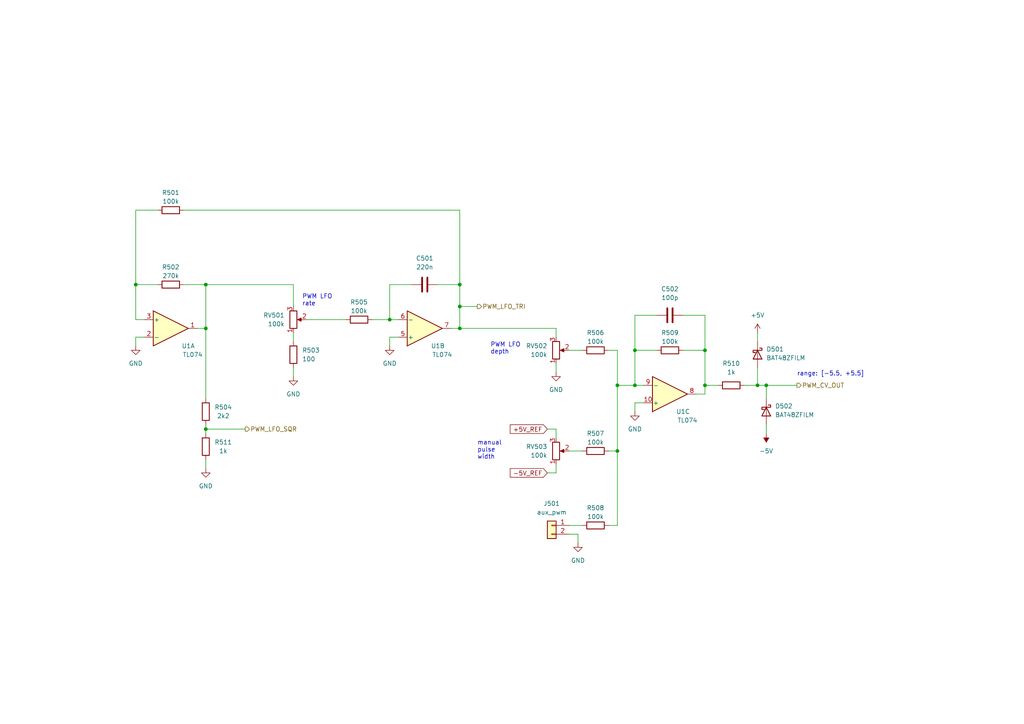
<source format=kicad_sch>
(kicad_sch (version 20211123) (generator eeschema)
  (paper "A4")
  (title_block (title "Josh Ox Ribon Synth Main VCO board") (date "2022-07-23") (rev "0.1") (comment 2 "creativecommons.org/licences/by/4.0") (comment 3 "license: CC by 4.0") (comment 4 "Author: Jordan Acete"))
  (lib_symbols
    (symbol "Amplifier_Operational:TL074" (pin_names (offset 0.127))
      (property "Reference" "U" (at 0 5.08 0))
      (property "Value" "TL074" (at 0 -5.08 0))
      (symbol "TL074_1_1"
        (polyline (pts (xy -5.08 5.08) (xy 5.08 0) (xy -5.08 -5.08) (xy -5.08 5.08)) (stroke (width 0.254)) (fill (type background)))
        (pin output line (at 7.62 0 180) (length 2.54) (name "~") (number "1"))
        (pin input line (at -7.62 -2.54 0) (length 2.54) (name "-") (number "2"))
        (pin input line (at -7.62 2.54 0) (length 2.54) (name "+") (number "3"))
      )
      (symbol "TL074_2_1"
        (polyline (pts (xy -5.08 5.08) (xy 5.08 0) (xy -5.08 -5.08) (xy -5.08 5.08)) (stroke (width 0.254)) (fill (type background)))
        (pin input line (at -7.62 2.54 0) (length 2.54) (name "+") (number "5"))
        (pin input line (at -7.62 -2.54 0) (length 2.54) (name "-") (number "6"))
        (pin output line (at 7.62 0 180) (length 2.54) (name "~") (number "7"))
      )
      (symbol "TL074_3_1"
        (polyline (pts (xy -5.08 5.08) (xy 5.08 0) (xy -5.08 -5.08) (xy -5.08 5.08)) (stroke (width 0.254)) (fill (type background)))
        (pin input line (at -7.62 2.54 0) (length 2.54) (name "+") (number "10"))
        (pin output line (at 7.62 0 180) (length 2.54) (name "~") (number "8"))
        (pin input line (at -7.62 -2.54 0) (length 2.54) (name "-") (number "9"))
      )
      (symbol "TL074_4_1"
        (polyline (pts (xy -5.08 5.08) (xy 5.08 0) (xy -5.08 -5.08) (xy -5.08 5.08)) (stroke (width 0.254)) (fill (type background)))
        (pin input line (at -7.62 2.54 0) (length 2.54) (name "+") (number "12"))
        (pin input line (at -7.62 -2.54 0) (length 2.54) (name "-") (number "13"))
        (pin output line (at 7.62 0 180) (length 2.54) (name "~") (number "14"))
      )
      (symbol "TL074_5_1"
        (pin power_in line (at -2.54 -7.62 90) (length 3.81) (name "V-") (number "11"))
        (pin power_in line (at -2.54 7.62 270) (length 3.81) (name "V+") (number "4"))
      )
    )
    (symbol "Connector_Generic:Conn_01x02" (pin_names (offset 1.016) hide)
      (property "Reference" "J" (at 0 2.54 0))
      (property "Value" "Conn_01x02" (at 0 -5.08 0))
      (symbol "Conn_01x02_1_1"
        (rectangle (start -1.27 -2.413) (end 0 -2.667) (stroke (width 0.1524)))
        (rectangle (start -1.27 0.127) (end 0 -0.127) (stroke (width 0.1524)))
        (rectangle (start -1.27 1.27) (end 1.27 -3.81) (stroke (width 0.254)) (fill (type background)))
        (pin passive line (at -5.08 0 0) (length 3.81) (name "Pin_1") (number "1"))
        (pin passive line (at -5.08 -2.54 0) (length 3.81) (name "Pin_2") (number "2"))
      )
    )
    (symbol "Device:C" (pin_numbers hide) (pin_names (offset 0.254))
      (property "Reference" "C" (at 0.635 2.54 0))
      (property "Value" "C" (at 0.635 -2.54 0))
      (symbol "C_0_1"
        (polyline (pts (xy -2.032 -0.762) (xy 2.032 -0.762)) (stroke (width 0.508)))
        (polyline (pts (xy -2.032 0.762) (xy 2.032 0.762)) (stroke (width 0.508)))
      )
      (symbol "C_1_1"
        (pin passive line (at 0 3.81 270) (length 2.794) (name "~") (number "1"))
        (pin passive line (at 0 -3.81 90) (length 2.794) (name "~") (number "2"))
      )
    )
    (symbol "Device:D_Schottky" (pin_numbers hide) (pin_names (offset 1.016) hide)
      (property "Reference" "D" (at 0 2.54 0))
      (property "Value" "D_Schottky" (at 0 -2.54 0))
      (symbol "D_Schottky_0_1"
        (polyline (pts (xy 1.27 0) (xy -1.27 0)))
        (polyline (pts (xy 1.27 1.27) (xy 1.27 -1.27) (xy -1.27 0) (xy 1.27 1.27)) (stroke (width 0.254)))
        (polyline (pts (xy -1.905 0.635) (xy -1.905 1.27) (xy -1.27 1.27) (xy -1.27 -1.27) (xy -0.635 -1.27) (xy -0.635 -0.635)) (stroke (width 0.254)))
      )
      (symbol "D_Schottky_1_1"
        (pin passive line (at -3.81 0 0) (length 2.54) (name "K") (number "1"))
        (pin passive line (at 3.81 0 180) (length 2.54) (name "A") (number "2"))
      )
    )
    (symbol "Device:R" (pin_numbers hide) (pin_names (offset 0))
      (property "Reference" "R" (at 2.032 0 90))
      (property "Value" "R" (at 0 0 90))
      (symbol "R_0_1"
        (rectangle (start -1.016 -2.54) (end 1.016 2.54) (stroke (width 0.254)))
      )
      (symbol "R_1_1"
        (pin passive line (at 0 3.81 270) (length 1.27) (name "~") (number "1"))
        (pin passive line (at 0 -3.81 90) (length 1.27) (name "~") (number "2"))
      )
    )
    (symbol "Device:R_Potentiometer" (pin_names (offset 1.016) hide)
      (property "Reference" "RV" (at -4.445 0 90))
      (property "Value" "R_Potentiometer" (at -2.54 0 90))
      (symbol "R_Potentiometer_0_1"
        (polyline (pts (xy 2.54 0) (xy 1.524 0)))
        (polyline (pts (xy 1.143 0) (xy 2.286 0.508) (xy 2.286 -0.508) (xy 1.143 0)) (fill (type outline)))
        (rectangle (start 1.016 2.54) (end -1.016 -2.54) (stroke (width 0.254)))
      )
      (symbol "R_Potentiometer_1_1"
        (pin passive line (at 0 3.81 270) (length 1.27) (name "1") (number "1"))
        (pin passive line (at 3.81 0 180) (length 1.27) (name "2") (number "2"))
        (pin passive line (at 0 -3.81 90) (length 1.27) (name "3") (number "3"))
      )
    )
    (symbol "power:+5V" (power) (pin_names (offset 0))
      (property "Value" "+5V" (at 0 3.556 0))
      (symbol "+5V_0_1"
        (polyline (pts (xy -0.762 1.27) (xy 0 2.54)))
        (polyline (pts (xy 0 0) (xy 0 2.54)))
        (polyline (pts (xy 0 2.54) (xy 0.762 1.27)))
      )
      (symbol "+5V_1_1"
        (pin power_in line (at 0 0 90) (length 0) hide (name "+5V") (number "1"))
      )
    )
    (symbol "power:-5V" (power) (pin_names (offset 0))
      (property "Value" "-5V" (at 0 3.81 0))
      (symbol "-5V_0_0"
        (pin power_in line (at 0 0 90) (length 0) hide (name "-5V") (number "1"))
      )
      (symbol "-5V_0_1"
        (polyline (pts (xy 0 0) (xy 0 1.27) (xy 0.762 1.27) (xy 0 2.54) (xy -0.762 1.27) (xy 0 1.27)) (fill (type outline)))
      )
    )
    (symbol "power:GND" (power) (pin_names (offset 0))
      (property "Value" "GND" (at 0 -3.81 0))
      (symbol "GND_0_1"
        (polyline (pts (xy 0 0) (xy 0 -1.27) (xy 1.27 -1.27) (xy 0 -2.54) (xy -1.27 -1.27) (xy 0 -1.27)))
      )
      (symbol "GND_1_1"
        (pin power_in line (at 0 0 270) (length 0) hide (name "GND") (number "1"))
      )
    )
  )
  (junction (at 59.69 124.46))
  (junction (at 222.25 111.76))
  (junction (at 59.69 95.25))
  (junction (at 133.35 82.55))
  (junction (at 184.15 101.6))
  (junction (at 39.37 82.55))
  (junction (at 219.71 111.76))
  (junction (at 204.47 101.6))
  (junction (at 204.47 111.76))
  (junction (at 113.03 92.71))
  (junction (at 184.15 111.76))
  (junction (at 179.07 111.76))
  (junction (at 133.35 88.9))
  (junction (at 133.35 95.25))
  (junction (at 59.69 82.55))
  (junction (at 179.07 130.81))
  (wire (pts (xy 179.07 152.4) (xy 179.07 130.81)))
  (wire (pts (xy 176.53 152.4) (xy 179.07 152.4)))
  (wire (pts (xy 190.5 91.44) (xy 184.15 91.44)))
  (wire (pts (xy 133.35 95.25) (xy 161.29 95.25)))
  (wire (pts (xy 161.29 137.16) (xy 161.29 134.62)))
  (wire (pts (xy 113.03 92.71) (xy 113.03 82.55)))
  (wire (pts (xy 204.47 111.76) (xy 204.47 114.3)))
  (wire (pts (xy 204.47 111.76) (xy 208.28 111.76)))
  (wire (pts (xy 57.15 95.25) (xy 59.69 95.25)))
  (wire (pts (xy 59.69 82.55) (xy 53.34 82.55)))
  (wire (pts (xy 88.9 92.71) (xy 100.33 92.71)))
  (wire (pts (xy 113.03 100.33) (xy 113.03 97.79)))
  (wire (pts (xy 167.64 157.48) (xy 167.64 154.94)))
  (wire (pts (xy 161.29 107.95) (xy 161.29 105.41)))
  (wire (pts (xy 161.29 124.46) (xy 161.29 127)))
  (wire (pts (xy 133.35 82.55) (xy 127 82.55)))
  (wire (pts (xy 39.37 97.79) (xy 41.91 97.79)))
  (wire (pts (xy 184.15 119.38) (xy 184.15 116.84)))
  (wire (pts (xy 59.69 135.89) (xy 59.69 133.35)))
  (wire (pts (xy 167.64 154.94) (xy 165.1 154.94)))
  (wire (pts (xy 133.35 82.55) (xy 133.35 88.9)))
  (wire (pts (xy 179.07 111.76) (xy 179.07 101.6)))
  (wire (pts (xy 85.09 82.55) (xy 85.09 88.9)))
  (wire (pts (xy 133.35 60.96) (xy 53.34 60.96)))
  (wire (pts (xy 165.1 130.81) (xy 168.91 130.81)))
  (wire (pts (xy 204.47 101.6) (xy 198.12 101.6)))
  (wire (pts (xy 222.25 111.76) (xy 222.25 115.57)))
  (wire (pts (xy 113.03 82.55) (xy 119.38 82.55)))
  (wire (pts (xy 179.07 111.76) (xy 184.15 111.76)))
  (wire (pts (xy 222.25 111.76) (xy 231.14 111.76)))
  (wire (pts (xy 41.91 92.71) (xy 39.37 92.71)))
  (wire (pts (xy 201.93 114.3) (xy 204.47 114.3)))
  (wire (pts (xy 39.37 60.96) (xy 39.37 82.55)))
  (wire (pts (xy 179.07 111.76) (xy 179.07 130.81)))
  (wire (pts (xy 184.15 111.76) (xy 184.15 101.6)))
  (wire (pts (xy 130.81 95.25) (xy 133.35 95.25)))
  (wire (pts (xy 165.1 101.6) (xy 168.91 101.6)))
  (wire (pts (xy 59.69 123.19) (xy 59.69 124.46)))
  (wire (pts (xy 133.35 88.9) (xy 138.43 88.9)))
  (wire (pts (xy 39.37 100.33) (xy 39.37 97.79)))
  (wire (pts (xy 59.69 124.46) (xy 71.12 124.46)))
  (wire (pts (xy 184.15 116.84) (xy 186.69 116.84)))
  (wire (pts (xy 85.09 96.52) (xy 85.09 99.06)))
  (wire (pts (xy 184.15 91.44) (xy 184.15 101.6)))
  (wire (pts (xy 176.53 130.81) (xy 179.07 130.81)))
  (wire (pts (xy 39.37 92.71) (xy 39.37 82.55)))
  (wire (pts (xy 198.12 91.44) (xy 204.47 91.44)))
  (wire (pts (xy 133.35 88.9) (xy 133.35 95.25)))
  (wire (pts (xy 59.69 124.46) (xy 59.69 125.73)))
  (wire (pts (xy 204.47 91.44) (xy 204.47 101.6)))
  (wire (pts (xy 219.71 96.52) (xy 219.71 99.06)))
  (wire (pts (xy 85.09 109.22) (xy 85.09 106.68)))
  (wire (pts (xy 39.37 82.55) (xy 45.72 82.55)))
  (wire (pts (xy 176.53 101.6) (xy 179.07 101.6)))
  (wire (pts (xy 161.29 95.25) (xy 161.29 97.79)))
  (wire (pts (xy 219.71 111.76) (xy 215.9 111.76)))
  (wire (pts (xy 204.47 101.6) (xy 204.47 111.76)))
  (wire (pts (xy 219.71 106.68) (xy 219.71 111.76)))
  (wire (pts (xy 165.1 152.4) (xy 168.91 152.4)))
  (wire (pts (xy 59.69 95.25) (xy 59.69 115.57)))
  (wire (pts (xy 184.15 101.6) (xy 190.5 101.6)))
  (wire (pts (xy 186.69 111.76) (xy 184.15 111.76)))
  (wire (pts (xy 113.03 97.79) (xy 115.57 97.79)))
  (wire (pts (xy 85.09 82.55) (xy 59.69 82.55)))
  (wire (pts (xy 115.57 92.71) (xy 113.03 92.71)))
  (wire (pts (xy 133.35 60.96) (xy 133.35 82.55)))
  (wire (pts (xy 222.25 123.19) (xy 222.25 125.73)))
  (wire (pts (xy 158.75 137.16) (xy 161.29 137.16)))
  (wire (pts (xy 45.72 60.96) (xy 39.37 60.96)))
  (wire (pts (xy 107.95 92.71) (xy 113.03 92.71)))
  (wire (pts (xy 219.71 111.76) (xy 222.25 111.76)))
  (wire (pts (xy 158.75 124.46) (xy 161.29 124.46)))
  (wire (pts (xy 59.69 82.55) (xy 59.69 95.25)))
  (text "PWM LFO\ndepth" (at 142.24 102.87 0) (effects (font (size 1.27 1.27)) (justify left bottom)))
  (text "range: [-5.5, +5.5]" (at 231.14 109.22 0) (effects (font (size 1.27 1.27)) (justify left bottom)))
  (text "manual\npulse \nwidth" (at 138.43 133.35 0) (effects (font (size 1.27 1.27)) (justify left bottom)))
  (text "PWM LFO\nrate" (at 87.63 88.9 0) (effects (font (size 1.27 1.27)) (justify left bottom)))
  (global_label "-5V_REF" (shape input) (at 158.75 137.16 180) (property "Intersheet References" "${INTERSHEET_REFS}" (effects hide)))
  (global_label "+5V_REF" (shape input) (at 158.75 124.46 180) (property "Intersheet References" "${INTERSHEET_REFS}" (effects hide)))
  (hierarchical_label "PWM_LFO_SQR" (shape output) (at 71.12 124.46 0))
  (hierarchical_label "PWM_CV_OUT" (shape output) (at 231.14 111.76 0))
  (hierarchical_label "PWM_LFO_TRI" (shape output) (at 138.43 88.9 0))
  (symbol (lib_id "Device:R") (at 194.31 101.6 90) (unit 1)
    (property "Reference" "R509" (at 194.31 96.52 90))
    (property "Value" "100k" (at 194.31 99.06 90))
    (property "Footprint" "Resistor_SMD:R_0805_2012Metric" (effects hide))
  )
  (symbol (lib_id "Device:R") (at 212.09 111.76 90) (unit 1)
    (property "Reference" "R510" (at 212.09 105.41 90))
    (property "Value" "1k" (at 212.09 107.95 90))
    (property "Footprint" "Resistor_SMD:R_0805_2012Metric" (effects hide))
  )
  (symbol (lib_id "Device:R") (at 59.69 129.54 180) (unit 1)
    (property "Reference" "R511" (at 64.77 128.27 0))
    (property "Value" "1k" (at 64.77 130.81 0))
    (property "Footprint" "Resistor_SMD:R_0805_2012Metric" (effects hide))
  )
  (symbol (lib_id "Device:R_Potentiometer") (at 161.29 101.6 0) (mirror x) (unit 1)
    (property "Reference" "RV502" (at 158.75 100.3299 0) (effects (justify right)))
    (property "Value" "100k" (at 158.75 102.8699 0) (effects (justify right)))
    (property "Footprint" "Potentiometer_THT:Potentiometer_Alpha_RD901F-40-00D_Single_Vertical" (effects hide))
  )
  (symbol (lib_id "Device:R") (at 49.53 82.55 90) (unit 1)
    (property "Reference" "R502" (at 49.53 77.47 90))
    (property "Value" "270k" (at 49.53 80.01 90))
    (property "Footprint" "Resistor_SMD:R_0805_2012Metric" (effects hide))
  )
  (symbol (lib_id "power:GND") (at 59.69 135.89 0) (unit 1)
    (property "Reference" "#PWR0509" (effects hide))
    (property "Value" "~" (at 59.69 140.97 0))
  )
  (symbol (lib_id "power:-5V") (at 222.25 125.73 180) (unit 1)
    (property "Reference" "#PWR0508" (effects hide))
    (property "Value" "-5V" (at 222.25 130.81 0))
  )
  (symbol (lib_id "Connector_Generic:Conn_01x02") (at 160.02 152.4 0) (mirror y) (unit 1)
    (property "Reference" "J501" (at 160.02 146.05 0))
    (property "Value" "aux_pwm" (at 160.02 148.59 0))
    (property "Footprint" "Connector_PinHeader_2.54mm:PinHeader_1x02_P2.54mm_Vertical" (effects hide))
  )
  (symbol (lib_id "Device:R") (at 172.72 152.4 90) (unit 1)
    (property "Reference" "R508" (at 172.72 147.32 90))
    (property "Value" "100k" (at 172.72 149.86 90))
    (property "Footprint" "Resistor_SMD:R_0805_2012Metric" (effects hide))
  )
  (symbol (lib_id "power:GND") (at 161.29 107.95 0) (unit 1)
    (property "Reference" "#PWR0504" (effects hide))
    (property "Value" "GND" (at 161.29 113.03 0))
  )
  (symbol (lib_id "Device:R_Potentiometer") (at 85.09 92.71 0) (mirror x) (unit 1)
    (property "Reference" "RV501" (at 82.55 91.4399 0) (effects (justify right)))
    (property "Value" "100k" (at 82.55 93.9799 0) (effects (justify right)))
    (property "Footprint" "Potentiometer_THT:Potentiometer_Alpha_RD901F-40-00D_Single_Vertical" (effects hide))
  )
  (symbol (lib_id "Device:R") (at 59.69 119.38 180) (unit 1)
    (property "Reference" "R504" (at 64.77 118.11 0))
    (property "Value" "2k2" (at 64.77 120.65 0))
    (property "Footprint" "Resistor_SMD:R_0805_2012Metric" (effects hide))
  )
  (symbol (lib_id "Device:R_Potentiometer") (at 161.29 130.81 0) (mirror x) (unit 1)
    (property "Reference" "RV503" (at 158.75 129.5399 0) (effects (justify right)))
    (property "Value" "100k" (at 158.75 132.0799 0) (effects (justify right)))
    (property "Footprint" "Potentiometer_THT:Potentiometer_Alpha_RD901F-40-00D_Single_Vertical" (effects hide))
  )
  (symbol (lib_id "Device:R") (at 104.14 92.71 90) (unit 1)
    (property "Reference" "R505" (at 104.14 87.63 90))
    (property "Value" "100k" (at 104.14 90.17 90))
    (property "Footprint" "Resistor_SMD:R_0805_2012Metric" (effects hide))
  )
  (symbol (lib_id "power:GND") (at 167.64 157.48 0) (mirror y) (unit 1)
    (property "Reference" "#PWR0505" (effects hide))
    (property "Value" "GND" (at 167.64 162.56 0))
  )
  (symbol (lib_id "Device:R") (at 172.72 101.6 90) (unit 1)
    (property "Reference" "R506" (at 172.72 96.52 90))
    (property "Value" "100k" (at 172.72 99.06 90))
    (property "Footprint" "Resistor_SMD:R_0805_2012Metric" (effects hide))
  )
  (symbol (lib_id "power:GND") (at 184.15 119.38 0) (unit 1)
    (property "Reference" "#PWR0506" (effects hide))
    (property "Value" "GND" (at 184.15 124.46 0))
  )
  (symbol (lib_id "Device:R") (at 85.09 102.87 0) (unit 1)
    (property "Reference" "R503" (at 87.63 101.5999 0) (effects (justify left)))
    (property "Value" "100" (at 87.63 104.1399 0) (effects (justify left)))
    (property "Footprint" "Resistor_SMD:R_0805_2012Metric" (effects hide))
  )
  (symbol (lib_id "Device:C") (at 123.19 82.55 90) (unit 1)
    (property "Reference" "C501" (at 123.19 74.93 90))
    (property "Value" "220n" (at 123.19 77.47 90))
    (property "Footprint" "Capacitor_THT:C_Rect_L7.0mm_W2.5mm_P5.00mm" (effects hide))
  )
  (symbol (lib_id "Device:R") (at 172.72 130.81 90) (unit 1)
    (property "Reference" "R507" (at 172.72 125.73 90))
    (property "Value" "100k" (at 172.72 128.27 90))
    (property "Footprint" "Resistor_SMD:R_0805_2012Metric" (effects hide))
  )
  (symbol (lib_id "Device:D_Schottky") (at 219.71 102.87 270) (unit 1)
    (property "Reference" "D501" (at 222.25 101.2824 90) (effects (justify left)))
    (property "Value" "BAT48ZFILM" (at 222.25 103.8224 90) (effects (justify left)))
    (property "Footprint" "Diode_SMD:D_SOD-123" (effects hide))
  )
  (symbol (lib_id "Amplifier_Operational:TL074") (at 49.53 95.25 0) (unit 1)
    (property "Reference" "U1" (at 54.61 100.33 0))
    (property "Value" "TL074" (at 55.88 102.87 0))
    (property "Footprint" "Package_SO:SOIC-14_3.9x8.7mm_P1.27mm" (effects hide))
    (property "Datasheet" "http://www.ti.com/lit/ds/symlink/tl071.pdf" (effects hide))
  )
  (symbol (lib_id "power:GND") (at 39.37 100.33 0) (unit 1)
    (property "Reference" "#PWR0501" (effects hide))
    (property "Value" "~" (at 39.37 105.41 0))
  )
  (symbol (lib_id "power:GND") (at 85.09 109.22 0) (unit 1)
    (property "Reference" "#PWR0502" (effects hide))
    (property "Value" "~" (at 85.09 114.3 0))
  )
  (symbol (lib_id "power:+5V") (at 219.71 96.52 0) (unit 1)
    (property "Reference" "#PWR0507" (effects hide))
    (property "Value" "+5V" (at 219.71 91.44 0))
  )
  (symbol (lib_id "Amplifier_Operational:TL074") (at 123.19 95.25 0) (mirror x) (unit 2)
    (property "Reference" "U1" (at 127 100.33 0))
    (property "Value" "TL074" (at 128.27 102.87 0))
    (property "Footprint" "Package_SO:SOIC-14_3.9x8.7mm_P1.27mm" (effects hide))
    (property "Datasheet" "http://www.ti.com/lit/ds/symlink/tl071.pdf" (effects hide))
  )
  (symbol (lib_id "Amplifier_Operational:TL074") (at 194.31 114.3 0) (mirror x) (unit 3)
    (property "Reference" "U1" (at 198.12 119.38 0))
    (property "Value" "TL074" (at 199.39 121.92 0))
    (property "Footprint" "Package_SO:SOIC-14_3.9x8.7mm_P1.27mm" (effects hide))
    (property "Datasheet" "http://www.ti.com/lit/ds/symlink/tl071.pdf" (effects hide))
  )
  (symbol (lib_id "Device:R") (at 49.53 60.96 90) (unit 1)
    (property "Reference" "R501" (at 49.53 55.88 90))
    (property "Value" "100k" (at 49.53 58.42 90))
    (property "Footprint" "Resistor_SMD:R_0805_2012Metric" (effects hide))
  )
  (symbol (lib_id "Device:C") (at 194.31 91.44 90) (unit 1)
    (property "Reference" "C502" (at 194.31 83.82 90))
    (property "Value" "100p" (at 194.31 86.36 90))
    (property "Footprint" "Capacitor_SMD:C_0805_2012Metric" (effects hide))
  )
  (symbol (lib_id "Device:D_Schottky") (at 222.25 119.38 270) (unit 1)
    (property "Reference" "D502" (at 224.79 117.7924 90) (effects (justify left)))
    (property "Value" "BAT48ZFILM" (at 224.79 120.3324 90) (effects (justify left)))
    (property "Footprint" "Diode_SMD:D_SOD-123" (effects hide))
  )
  (symbol (lib_id "power:GND") (at 113.03 100.33 0) (unit 1)
    (property "Reference" "#PWR0503" (effects hide))
    (property "Value" "~" (at 113.03 105.41 0))
  )
)
</source>
